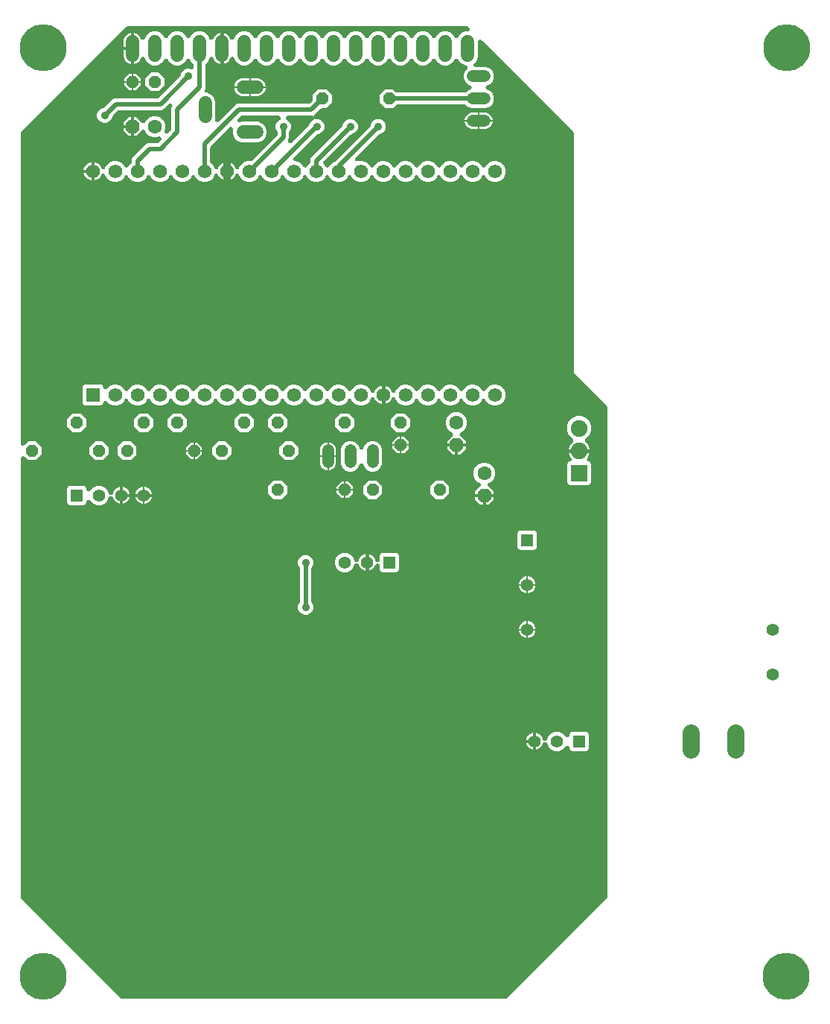
<source format=gbl>
G04 EAGLE Gerber RS-274X export*
G75*
%MOMM*%
%FSLAX34Y34*%
%LPD*%
%INBottom Copper*%
%IPPOS*%
%AMOC8*
5,1,8,0,0,1.08239X$1,22.5*%
G01*
G04 Define Apertures*
%ADD10P,1.42962X8X112.5*%
%ADD11P,1.73204X8X292.5*%
%ADD12C,1.600200*%
%ADD13P,1.42962X8X202.5*%
%ADD14P,1.73204X8X202.5*%
%ADD15C,5.334000*%
%ADD16C,1.524000*%
%ADD17C,1.320800*%
%ADD18P,1.42962X8X22.5*%
%ADD19R,1.560000X1.560000*%
%ADD20C,1.560000*%
%ADD21R,1.910000X1.910000*%
%ADD22C,1.910000*%
%ADD23C,1.408000*%
%ADD24R,1.408000X1.408000*%
%ADD25C,1.981200*%
%ADD26C,0.406400*%
%ADD27C,0.812800*%
%ADD28C,0.304800*%
%ADD29C,0.203200*%
%ADD30C,0.508000*%
%ADD31C,0.906400*%
G36*
X565089Y12901D02*
X564098Y12700D01*
X128052Y12700D01*
X127099Y12886D01*
X126256Y13444D01*
X13444Y126256D01*
X12901Y127061D01*
X12700Y128052D01*
X12700Y626481D01*
X12856Y627359D01*
X13388Y628219D01*
X14212Y628804D01*
X15200Y629021D01*
X16193Y628835D01*
X17036Y628277D01*
X20981Y624332D01*
X29819Y624332D01*
X36068Y630581D01*
X36068Y639419D01*
X29819Y645668D01*
X20981Y645668D01*
X17036Y641723D01*
X16305Y641213D01*
X15321Y640980D01*
X14324Y641150D01*
X13473Y641694D01*
X12901Y642528D01*
X12700Y643519D01*
X12700Y995898D01*
X12886Y996851D01*
X13444Y997694D01*
X132606Y1116856D01*
X133411Y1117399D01*
X134402Y1117600D01*
X519648Y1117600D01*
X520601Y1117414D01*
X521444Y1116856D01*
X522460Y1115840D01*
X522970Y1115109D01*
X523203Y1114125D01*
X523033Y1113128D01*
X522488Y1112277D01*
X521655Y1111705D01*
X520664Y1111504D01*
X518376Y1111504D01*
X514082Y1109725D01*
X510795Y1106438D01*
X510347Y1105357D01*
X509866Y1104606D01*
X509046Y1104014D01*
X508061Y1103789D01*
X507066Y1103967D01*
X506218Y1104518D01*
X505653Y1105357D01*
X505205Y1106438D01*
X501918Y1109725D01*
X497624Y1111504D01*
X492976Y1111504D01*
X488682Y1109725D01*
X485395Y1106438D01*
X484947Y1105357D01*
X484466Y1104606D01*
X483646Y1104014D01*
X482661Y1103789D01*
X481666Y1103967D01*
X480818Y1104518D01*
X480253Y1105357D01*
X479805Y1106438D01*
X476518Y1109725D01*
X472224Y1111504D01*
X467576Y1111504D01*
X463282Y1109725D01*
X459995Y1106438D01*
X459547Y1105357D01*
X459066Y1104606D01*
X458246Y1104014D01*
X457261Y1103789D01*
X456266Y1103967D01*
X455418Y1104518D01*
X454853Y1105357D01*
X454405Y1106438D01*
X451118Y1109725D01*
X446824Y1111504D01*
X442176Y1111504D01*
X437882Y1109725D01*
X434595Y1106438D01*
X434147Y1105357D01*
X433666Y1104606D01*
X432846Y1104014D01*
X431861Y1103789D01*
X430866Y1103967D01*
X430018Y1104518D01*
X429453Y1105357D01*
X429005Y1106438D01*
X425718Y1109725D01*
X421424Y1111504D01*
X416776Y1111504D01*
X412482Y1109725D01*
X409195Y1106438D01*
X408747Y1105357D01*
X408266Y1104606D01*
X407446Y1104014D01*
X406461Y1103789D01*
X405466Y1103967D01*
X404618Y1104518D01*
X404053Y1105357D01*
X403605Y1106438D01*
X400318Y1109725D01*
X396024Y1111504D01*
X391376Y1111504D01*
X387082Y1109725D01*
X383795Y1106438D01*
X383347Y1105357D01*
X382866Y1104606D01*
X382046Y1104014D01*
X381061Y1103789D01*
X380066Y1103967D01*
X379218Y1104518D01*
X378653Y1105357D01*
X378205Y1106438D01*
X374918Y1109725D01*
X370624Y1111504D01*
X365976Y1111504D01*
X361682Y1109725D01*
X358395Y1106438D01*
X357947Y1105357D01*
X357466Y1104606D01*
X356646Y1104014D01*
X355661Y1103789D01*
X354666Y1103967D01*
X353818Y1104518D01*
X353253Y1105357D01*
X352805Y1106438D01*
X349518Y1109725D01*
X345224Y1111504D01*
X340576Y1111504D01*
X336282Y1109725D01*
X332995Y1106438D01*
X332547Y1105357D01*
X332066Y1104606D01*
X331246Y1104014D01*
X330261Y1103789D01*
X329266Y1103967D01*
X328418Y1104518D01*
X327853Y1105357D01*
X327405Y1106438D01*
X324118Y1109725D01*
X319824Y1111504D01*
X315176Y1111504D01*
X310882Y1109725D01*
X307595Y1106438D01*
X307147Y1105357D01*
X306666Y1104606D01*
X305846Y1104014D01*
X304861Y1103789D01*
X303866Y1103967D01*
X303018Y1104518D01*
X302453Y1105357D01*
X302005Y1106438D01*
X298718Y1109725D01*
X294424Y1111504D01*
X289776Y1111504D01*
X285482Y1109725D01*
X282195Y1106438D01*
X281747Y1105357D01*
X281266Y1104606D01*
X280446Y1104014D01*
X279461Y1103789D01*
X278466Y1103967D01*
X277618Y1104518D01*
X277053Y1105357D01*
X276605Y1106438D01*
X273318Y1109725D01*
X269024Y1111504D01*
X264376Y1111504D01*
X260082Y1109725D01*
X256795Y1106438D01*
X255522Y1103365D01*
X255041Y1102614D01*
X254222Y1102023D01*
X253236Y1101798D01*
X252241Y1101976D01*
X251394Y1102527D01*
X250829Y1103365D01*
X249913Y1105575D01*
X247055Y1108433D01*
X243321Y1109980D01*
X242062Y1109980D01*
X242062Y1074420D01*
X243321Y1074420D01*
X247055Y1075967D01*
X249913Y1078825D01*
X250829Y1081035D01*
X251309Y1081786D01*
X252129Y1082377D01*
X253115Y1082602D01*
X254110Y1082424D01*
X254957Y1081873D01*
X255522Y1081035D01*
X256795Y1077962D01*
X260082Y1074675D01*
X264376Y1072896D01*
X269024Y1072896D01*
X273318Y1074675D01*
X276605Y1077962D01*
X277053Y1079043D01*
X277534Y1079794D01*
X278354Y1080386D01*
X279339Y1080611D01*
X280335Y1080433D01*
X281182Y1079882D01*
X281747Y1079043D01*
X282195Y1077962D01*
X285482Y1074675D01*
X289776Y1072896D01*
X294424Y1072896D01*
X298718Y1074675D01*
X302005Y1077962D01*
X302453Y1079043D01*
X302934Y1079794D01*
X303754Y1080386D01*
X304739Y1080611D01*
X305735Y1080433D01*
X306582Y1079882D01*
X307147Y1079043D01*
X307595Y1077962D01*
X310882Y1074675D01*
X315176Y1072896D01*
X319824Y1072896D01*
X324118Y1074675D01*
X327405Y1077962D01*
X327853Y1079043D01*
X328334Y1079794D01*
X329154Y1080386D01*
X330139Y1080611D01*
X331135Y1080433D01*
X331982Y1079882D01*
X332547Y1079043D01*
X332995Y1077962D01*
X336282Y1074675D01*
X340576Y1072896D01*
X345224Y1072896D01*
X349518Y1074675D01*
X352805Y1077962D01*
X353253Y1079043D01*
X353734Y1079794D01*
X354554Y1080386D01*
X355539Y1080611D01*
X356535Y1080433D01*
X357382Y1079882D01*
X357947Y1079043D01*
X358395Y1077962D01*
X361682Y1074675D01*
X365976Y1072896D01*
X370624Y1072896D01*
X374918Y1074675D01*
X378205Y1077962D01*
X378653Y1079043D01*
X379134Y1079794D01*
X379954Y1080386D01*
X380939Y1080611D01*
X381935Y1080433D01*
X382782Y1079882D01*
X383347Y1079043D01*
X383795Y1077962D01*
X387082Y1074675D01*
X391376Y1072896D01*
X396024Y1072896D01*
X400318Y1074675D01*
X403605Y1077962D01*
X404053Y1079043D01*
X404534Y1079794D01*
X405354Y1080386D01*
X406339Y1080611D01*
X407335Y1080433D01*
X408182Y1079882D01*
X408747Y1079043D01*
X409195Y1077962D01*
X412482Y1074675D01*
X416776Y1072896D01*
X421424Y1072896D01*
X425718Y1074675D01*
X429005Y1077962D01*
X429453Y1079043D01*
X429934Y1079794D01*
X430754Y1080386D01*
X431739Y1080611D01*
X432735Y1080433D01*
X433582Y1079882D01*
X434147Y1079043D01*
X434595Y1077962D01*
X437882Y1074675D01*
X442176Y1072896D01*
X446824Y1072896D01*
X451118Y1074675D01*
X454405Y1077962D01*
X454853Y1079043D01*
X455334Y1079794D01*
X456154Y1080386D01*
X457139Y1080611D01*
X458135Y1080433D01*
X458982Y1079882D01*
X459547Y1079043D01*
X459995Y1077962D01*
X463282Y1074675D01*
X467576Y1072896D01*
X472224Y1072896D01*
X476518Y1074675D01*
X479805Y1077962D01*
X480253Y1079043D01*
X480734Y1079794D01*
X481554Y1080386D01*
X482539Y1080611D01*
X483535Y1080433D01*
X484382Y1079882D01*
X484947Y1079043D01*
X485395Y1077962D01*
X488682Y1074675D01*
X492976Y1072896D01*
X497624Y1072896D01*
X501918Y1074675D01*
X505205Y1077962D01*
X505653Y1079043D01*
X506134Y1079794D01*
X506954Y1080386D01*
X507939Y1080611D01*
X508935Y1080433D01*
X509782Y1079882D01*
X510347Y1079043D01*
X510795Y1077962D01*
X514082Y1074675D01*
X518642Y1072786D01*
X518901Y1072740D01*
X519761Y1072208D01*
X520346Y1071384D01*
X520563Y1070397D01*
X520377Y1069403D01*
X519819Y1068560D01*
X517752Y1066493D01*
X516128Y1062572D01*
X516128Y1058328D01*
X517752Y1054407D01*
X520753Y1051406D01*
X523914Y1050097D01*
X524665Y1049616D01*
X525257Y1048796D01*
X525482Y1047811D01*
X525304Y1046816D01*
X524753Y1045968D01*
X523914Y1045403D01*
X520753Y1044094D01*
X519057Y1042398D01*
X518252Y1041855D01*
X517261Y1041654D01*
X441335Y1041654D01*
X440382Y1041840D01*
X439539Y1042398D01*
X436219Y1045718D01*
X427381Y1045718D01*
X421132Y1039469D01*
X421132Y1030631D01*
X427381Y1024382D01*
X436219Y1024382D01*
X439539Y1027702D01*
X440344Y1028245D01*
X441335Y1028446D01*
X517261Y1028446D01*
X518214Y1028260D01*
X519057Y1027702D01*
X520753Y1026006D01*
X524674Y1024382D01*
X542126Y1024382D01*
X546047Y1026006D01*
X549048Y1029007D01*
X550672Y1032928D01*
X550672Y1037172D01*
X549048Y1041093D01*
X546047Y1044094D01*
X542886Y1045403D01*
X542135Y1045884D01*
X541543Y1046704D01*
X541318Y1047689D01*
X541496Y1048684D01*
X542047Y1049532D01*
X542886Y1050097D01*
X546047Y1051406D01*
X549048Y1054407D01*
X550672Y1058328D01*
X550672Y1062572D01*
X549048Y1066493D01*
X546047Y1069494D01*
X542126Y1071118D01*
X529894Y1071118D01*
X529016Y1071274D01*
X528156Y1071806D01*
X527571Y1072630D01*
X527354Y1073618D01*
X527539Y1074611D01*
X528098Y1075454D01*
X530605Y1077962D01*
X532384Y1082256D01*
X532384Y1099784D01*
X532540Y1100662D01*
X533072Y1101522D01*
X533896Y1102107D01*
X534884Y1102324D01*
X535877Y1102138D01*
X536720Y1101580D01*
X640606Y997694D01*
X641149Y996889D01*
X641350Y995898D01*
X641350Y724061D01*
X641372Y723890D01*
X641430Y723820D01*
X678706Y686544D01*
X679249Y685739D01*
X679450Y684748D01*
X679450Y128052D01*
X679264Y127099D01*
X678706Y126256D01*
X565894Y13444D01*
X565089Y12901D01*
G37*
%LPC*%
G36*
X117540Y940636D02*
X122260Y940636D01*
X126620Y942442D01*
X129958Y945780D01*
X130253Y946493D01*
X130734Y947244D01*
X131554Y947836D01*
X132539Y948060D01*
X133535Y947883D01*
X134382Y947331D01*
X134947Y946493D01*
X135242Y945780D01*
X138580Y942442D01*
X142940Y940636D01*
X147660Y940636D01*
X152020Y942442D01*
X155358Y945780D01*
X155653Y946493D01*
X156134Y947244D01*
X156954Y947836D01*
X157939Y948060D01*
X158935Y947883D01*
X159782Y947331D01*
X160347Y946493D01*
X160642Y945780D01*
X163980Y942442D01*
X168340Y940636D01*
X173060Y940636D01*
X177420Y942442D01*
X180758Y945780D01*
X181053Y946493D01*
X181534Y947244D01*
X182354Y947836D01*
X183339Y948060D01*
X184335Y947883D01*
X185182Y947331D01*
X185747Y946493D01*
X186042Y945780D01*
X189380Y942442D01*
X193740Y940636D01*
X198460Y940636D01*
X202820Y942442D01*
X206158Y945780D01*
X206453Y946493D01*
X206934Y947244D01*
X207754Y947836D01*
X208739Y948060D01*
X209735Y947883D01*
X210582Y947331D01*
X211147Y946493D01*
X211442Y945780D01*
X214780Y942442D01*
X219140Y940636D01*
X223860Y940636D01*
X228220Y942442D01*
X231558Y945780D01*
X232678Y948484D01*
X233159Y949235D01*
X233978Y949827D01*
X234964Y950052D01*
X235959Y949874D01*
X236806Y949323D01*
X237371Y948484D01*
X238134Y946643D01*
X241043Y943734D01*
X244843Y942160D01*
X246138Y942160D01*
X246138Y962840D01*
X244843Y962840D01*
X241043Y961266D01*
X238134Y958357D01*
X237371Y956516D01*
X236891Y955765D01*
X236071Y955173D01*
X235086Y954948D01*
X234090Y955126D01*
X233243Y955677D01*
X232678Y956516D01*
X231558Y959220D01*
X228848Y961930D01*
X228305Y962736D01*
X228104Y963726D01*
X228104Y979712D01*
X228290Y980666D01*
X228848Y981509D01*
X249760Y1002421D01*
X250473Y1002922D01*
X251455Y1003163D01*
X252453Y1003001D01*
X253309Y1002463D01*
X253887Y1001634D01*
X254096Y1000645D01*
X253903Y999653D01*
X253746Y999274D01*
X253746Y994626D01*
X255525Y990332D01*
X258812Y987045D01*
X263106Y985266D01*
X282994Y985266D01*
X287288Y987045D01*
X290575Y990332D01*
X292354Y994626D01*
X292354Y999274D01*
X290575Y1003568D01*
X287288Y1006855D01*
X282994Y1008634D01*
X263106Y1008634D01*
X262728Y1008477D01*
X261877Y1008287D01*
X260878Y1008440D01*
X260018Y1008972D01*
X259433Y1009796D01*
X259216Y1010783D01*
X259401Y1011777D01*
X259959Y1012620D01*
X262342Y1015002D01*
X263147Y1015545D01*
X264138Y1015746D01*
X305965Y1015746D01*
X306824Y1015596D01*
X307688Y1015072D01*
X308280Y1014252D01*
X308505Y1013267D01*
X308327Y1012272D01*
X307776Y1011424D01*
X306937Y1010859D01*
X306281Y1010587D01*
X303863Y1008169D01*
X302554Y1005010D01*
X302554Y1001590D01*
X303894Y998355D01*
X304345Y997686D01*
X304546Y996695D01*
X304546Y995138D01*
X304360Y994184D01*
X303802Y993342D01*
X275569Y965108D01*
X274763Y964565D01*
X273772Y964364D01*
X269940Y964364D01*
X265580Y962558D01*
X262242Y959220D01*
X261122Y956516D01*
X260641Y955765D01*
X259822Y955173D01*
X258836Y954948D01*
X257841Y955126D01*
X256994Y955677D01*
X256429Y956516D01*
X255666Y958357D01*
X252757Y961266D01*
X248957Y962840D01*
X247662Y962840D01*
X247662Y942160D01*
X248957Y942160D01*
X252757Y943734D01*
X255666Y946643D01*
X256429Y948484D01*
X256909Y949235D01*
X257729Y949827D01*
X258715Y950052D01*
X259710Y949874D01*
X260557Y949323D01*
X261122Y948484D01*
X262242Y945780D01*
X265580Y942442D01*
X269940Y940636D01*
X274660Y940636D01*
X279020Y942442D01*
X282358Y945780D01*
X282653Y946493D01*
X283134Y947244D01*
X283954Y947836D01*
X284939Y948060D01*
X285935Y947883D01*
X286782Y947331D01*
X287347Y946493D01*
X287642Y945780D01*
X290980Y942442D01*
X295340Y940636D01*
X300060Y940636D01*
X304420Y942442D01*
X307758Y945780D01*
X308053Y946493D01*
X308534Y947244D01*
X309354Y947836D01*
X310339Y948060D01*
X311335Y947883D01*
X312182Y947331D01*
X312747Y946493D01*
X313042Y945780D01*
X316380Y942442D01*
X320740Y940636D01*
X325460Y940636D01*
X329820Y942442D01*
X333158Y945780D01*
X333453Y946493D01*
X333934Y947244D01*
X334754Y947836D01*
X335739Y948060D01*
X336735Y947883D01*
X337582Y947331D01*
X338147Y946493D01*
X338442Y945780D01*
X341780Y942442D01*
X346140Y940636D01*
X350860Y940636D01*
X355220Y942442D01*
X358558Y945780D01*
X358853Y946493D01*
X359334Y947244D01*
X360154Y947836D01*
X361139Y948060D01*
X362135Y947883D01*
X362982Y947331D01*
X363547Y946493D01*
X363842Y945780D01*
X367180Y942442D01*
X371540Y940636D01*
X376260Y940636D01*
X380620Y942442D01*
X383958Y945780D01*
X384253Y946493D01*
X384734Y947244D01*
X385554Y947836D01*
X386539Y948060D01*
X387535Y947883D01*
X388382Y947331D01*
X388947Y946493D01*
X389242Y945780D01*
X392580Y942442D01*
X396940Y940636D01*
X401660Y940636D01*
X406020Y942442D01*
X409358Y945780D01*
X409653Y946493D01*
X410134Y947244D01*
X410954Y947836D01*
X411939Y948060D01*
X412935Y947883D01*
X413782Y947331D01*
X414347Y946493D01*
X414642Y945780D01*
X417980Y942442D01*
X422340Y940636D01*
X427060Y940636D01*
X431420Y942442D01*
X434758Y945780D01*
X435053Y946493D01*
X435534Y947244D01*
X436354Y947836D01*
X437339Y948060D01*
X438335Y947883D01*
X439182Y947331D01*
X439747Y946493D01*
X440042Y945780D01*
X443380Y942442D01*
X447740Y940636D01*
X452460Y940636D01*
X456820Y942442D01*
X460158Y945780D01*
X460453Y946493D01*
X460934Y947244D01*
X461754Y947836D01*
X462739Y948060D01*
X463735Y947883D01*
X464582Y947331D01*
X465147Y946493D01*
X465442Y945780D01*
X468780Y942442D01*
X473140Y940636D01*
X477860Y940636D01*
X482220Y942442D01*
X485558Y945780D01*
X485853Y946493D01*
X486334Y947244D01*
X487154Y947836D01*
X488139Y948060D01*
X489135Y947883D01*
X489982Y947331D01*
X490547Y946493D01*
X490842Y945780D01*
X494180Y942442D01*
X498540Y940636D01*
X503260Y940636D01*
X507620Y942442D01*
X510958Y945780D01*
X511253Y946493D01*
X511734Y947244D01*
X512554Y947836D01*
X513539Y948060D01*
X514535Y947883D01*
X515382Y947331D01*
X515947Y946493D01*
X516242Y945780D01*
X519580Y942442D01*
X523940Y940636D01*
X528660Y940636D01*
X533020Y942442D01*
X536358Y945780D01*
X536653Y946493D01*
X537134Y947244D01*
X537954Y947836D01*
X538939Y948060D01*
X539935Y947883D01*
X540782Y947331D01*
X541347Y946493D01*
X541642Y945780D01*
X544980Y942442D01*
X549340Y940636D01*
X554060Y940636D01*
X558420Y942442D01*
X561758Y945780D01*
X563564Y950140D01*
X563564Y954860D01*
X561758Y959220D01*
X558420Y962558D01*
X554060Y964364D01*
X549340Y964364D01*
X544980Y962558D01*
X541642Y959220D01*
X541347Y958507D01*
X540866Y957756D01*
X540046Y957165D01*
X539061Y956940D01*
X538066Y957117D01*
X537218Y957669D01*
X536653Y958507D01*
X536358Y959220D01*
X533020Y962558D01*
X528660Y964364D01*
X523940Y964364D01*
X519580Y962558D01*
X516242Y959220D01*
X515947Y958507D01*
X515466Y957756D01*
X514646Y957165D01*
X513661Y956940D01*
X512666Y957117D01*
X511818Y957669D01*
X511253Y958507D01*
X510958Y959220D01*
X507620Y962558D01*
X503260Y964364D01*
X498540Y964364D01*
X494180Y962558D01*
X490842Y959220D01*
X490547Y958507D01*
X490066Y957756D01*
X489246Y957165D01*
X488261Y956940D01*
X487266Y957117D01*
X486418Y957669D01*
X485853Y958507D01*
X485558Y959220D01*
X482220Y962558D01*
X477860Y964364D01*
X473140Y964364D01*
X468780Y962558D01*
X465442Y959220D01*
X465147Y958507D01*
X464666Y957756D01*
X463846Y957165D01*
X462861Y956940D01*
X461866Y957117D01*
X461018Y957669D01*
X460453Y958507D01*
X460158Y959220D01*
X456820Y962558D01*
X452460Y964364D01*
X447740Y964364D01*
X443380Y962558D01*
X440042Y959220D01*
X439747Y958507D01*
X439266Y957756D01*
X438446Y957165D01*
X437461Y956940D01*
X436466Y957117D01*
X435618Y957669D01*
X435053Y958507D01*
X434758Y959220D01*
X431420Y962558D01*
X427060Y964364D01*
X422340Y964364D01*
X417980Y962558D01*
X414642Y959220D01*
X414347Y958507D01*
X413866Y957756D01*
X413046Y957165D01*
X412061Y956940D01*
X411066Y957117D01*
X410218Y957669D01*
X409653Y958507D01*
X409358Y959220D01*
X406020Y962558D01*
X401660Y964364D01*
X396940Y964364D01*
X396042Y963992D01*
X395192Y963802D01*
X394193Y963955D01*
X393333Y964486D01*
X392748Y965311D01*
X392531Y966298D01*
X392716Y967292D01*
X393274Y968135D01*
X419100Y993960D01*
X419905Y994503D01*
X420727Y994670D01*
X423969Y996013D01*
X426387Y998431D01*
X427696Y1001590D01*
X427696Y1005010D01*
X426387Y1008169D01*
X423969Y1010587D01*
X420810Y1011896D01*
X417390Y1011896D01*
X414231Y1010587D01*
X411813Y1008169D01*
X410473Y1004934D01*
X410318Y1004142D01*
X409760Y1003300D01*
X370676Y964215D01*
X369852Y963665D01*
X367180Y962558D01*
X363842Y959220D01*
X363547Y958507D01*
X363066Y957756D01*
X362246Y957165D01*
X361261Y956940D01*
X360266Y957117D01*
X359418Y957669D01*
X358853Y958507D01*
X358558Y959220D01*
X357380Y960398D01*
X356853Y961167D01*
X356636Y962154D01*
X356822Y963148D01*
X357380Y963990D01*
X387350Y993960D01*
X388155Y994503D01*
X388977Y994670D01*
X392219Y996013D01*
X394637Y998431D01*
X395946Y1001590D01*
X395946Y1005010D01*
X394637Y1008169D01*
X392219Y1010587D01*
X389060Y1011896D01*
X385640Y1011896D01*
X382481Y1010587D01*
X380063Y1008169D01*
X378723Y1004934D01*
X378568Y1004142D01*
X378010Y1003300D01*
X342901Y968191D01*
X341896Y965764D01*
X341896Y963726D01*
X341710Y962773D01*
X341152Y961930D01*
X338442Y959220D01*
X338147Y958507D01*
X337666Y957756D01*
X336846Y957165D01*
X335861Y956940D01*
X334866Y957117D01*
X334018Y957669D01*
X333453Y958507D01*
X333158Y959220D01*
X329820Y962558D01*
X325460Y964364D01*
X325036Y964364D01*
X324158Y964520D01*
X323298Y965052D01*
X322713Y965876D01*
X322496Y966864D01*
X322681Y967857D01*
X323240Y968700D01*
X348500Y993960D01*
X349305Y994503D01*
X350296Y994704D01*
X350960Y994704D01*
X354119Y996013D01*
X356537Y998431D01*
X357846Y1001590D01*
X357846Y1005010D01*
X356537Y1008169D01*
X354119Y1010587D01*
X350960Y1011896D01*
X347688Y1011896D01*
X346830Y1012046D01*
X346430Y1012288D01*
X346427Y1012272D01*
X345876Y1011424D01*
X345037Y1010859D01*
X344381Y1010587D01*
X341963Y1008169D01*
X340694Y1005107D01*
X340144Y1004283D01*
X321025Y985165D01*
X320312Y984663D01*
X319331Y984423D01*
X318333Y984585D01*
X317477Y985122D01*
X316899Y985952D01*
X316689Y986941D01*
X316883Y987933D01*
X317754Y990036D01*
X317754Y996695D01*
X317940Y997649D01*
X318403Y998348D01*
X319746Y1001590D01*
X319746Y1005010D01*
X318437Y1008169D01*
X316019Y1010587D01*
X315363Y1010859D01*
X314626Y1011326D01*
X314029Y1012141D01*
X313796Y1013125D01*
X313965Y1014122D01*
X314510Y1014973D01*
X315344Y1015545D01*
X316335Y1015746D01*
X344065Y1015746D01*
X344924Y1015596D01*
X345324Y1015354D01*
X345326Y1015371D01*
X345878Y1016218D01*
X346581Y1016691D01*
X353528Y1023638D01*
X354333Y1024181D01*
X355324Y1024382D01*
X360019Y1024382D01*
X366268Y1030631D01*
X366268Y1039469D01*
X360019Y1045718D01*
X351181Y1045718D01*
X344932Y1039469D01*
X344932Y1034774D01*
X344746Y1033820D01*
X344188Y1032978D01*
X340909Y1029698D01*
X340103Y1029155D01*
X339112Y1028954D01*
X259036Y1028954D01*
X256609Y1027949D01*
X237920Y1009259D01*
X237207Y1008758D01*
X236225Y1008518D01*
X235227Y1008679D01*
X234371Y1009217D01*
X233793Y1010046D01*
X233584Y1011035D01*
X233777Y1012028D01*
X233934Y1012406D01*
X233934Y1032294D01*
X232155Y1036588D01*
X228868Y1039875D01*
X224574Y1041654D01*
X224324Y1041654D01*
X223428Y1041818D01*
X222572Y1042356D01*
X221994Y1043185D01*
X221785Y1044174D01*
X221978Y1045166D01*
X222504Y1046436D01*
X222504Y1073608D01*
X222690Y1074562D01*
X223248Y1075404D01*
X225805Y1077962D01*
X227078Y1081035D01*
X227559Y1081786D01*
X228378Y1082377D01*
X229364Y1082602D01*
X230359Y1082424D01*
X231206Y1081873D01*
X231771Y1081035D01*
X232687Y1078825D01*
X235545Y1075967D01*
X239279Y1074420D01*
X240538Y1074420D01*
X240538Y1109980D01*
X239279Y1109980D01*
X235545Y1108433D01*
X232687Y1105575D01*
X231771Y1103365D01*
X231291Y1102614D01*
X230471Y1102023D01*
X229486Y1101798D01*
X228490Y1101976D01*
X227643Y1102527D01*
X227078Y1103365D01*
X225805Y1106438D01*
X222518Y1109725D01*
X218224Y1111504D01*
X213576Y1111504D01*
X209282Y1109725D01*
X205995Y1106438D01*
X205547Y1105357D01*
X205066Y1104606D01*
X204246Y1104014D01*
X203261Y1103789D01*
X202266Y1103967D01*
X201418Y1104518D01*
X200853Y1105357D01*
X200405Y1106438D01*
X197118Y1109725D01*
X192824Y1111504D01*
X188176Y1111504D01*
X183882Y1109725D01*
X180595Y1106438D01*
X180147Y1105357D01*
X179666Y1104606D01*
X178846Y1104014D01*
X177861Y1103789D01*
X176866Y1103967D01*
X176018Y1104518D01*
X175453Y1105357D01*
X175005Y1106438D01*
X171718Y1109725D01*
X167424Y1111504D01*
X162776Y1111504D01*
X158482Y1109725D01*
X155195Y1106438D01*
X153922Y1103365D01*
X153441Y1102614D01*
X152622Y1102023D01*
X151636Y1101798D01*
X150641Y1101976D01*
X149794Y1102527D01*
X149229Y1103365D01*
X148313Y1105575D01*
X145455Y1108433D01*
X141721Y1109980D01*
X140462Y1109980D01*
X140462Y1074420D01*
X141721Y1074420D01*
X145455Y1075967D01*
X148313Y1078825D01*
X149229Y1081035D01*
X149709Y1081786D01*
X150529Y1082377D01*
X151515Y1082602D01*
X152510Y1082424D01*
X153357Y1081873D01*
X153922Y1081035D01*
X155195Y1077962D01*
X158482Y1074675D01*
X162776Y1072896D01*
X167424Y1072896D01*
X171718Y1074675D01*
X175005Y1077962D01*
X175453Y1079043D01*
X175934Y1079794D01*
X176754Y1080386D01*
X177739Y1080611D01*
X178735Y1080433D01*
X179582Y1079882D01*
X180147Y1079043D01*
X180595Y1077962D01*
X183882Y1074675D01*
X188176Y1072896D01*
X192824Y1072896D01*
X197118Y1074675D01*
X200405Y1077962D01*
X200853Y1079043D01*
X201334Y1079794D01*
X202154Y1080386D01*
X203139Y1080611D01*
X204135Y1080433D01*
X204982Y1079882D01*
X205547Y1079043D01*
X205995Y1077962D01*
X208552Y1075404D01*
X209095Y1074599D01*
X209296Y1073608D01*
X209296Y1071031D01*
X209132Y1070134D01*
X208595Y1069278D01*
X207765Y1068700D01*
X206776Y1068491D01*
X205784Y1068684D01*
X204910Y1069046D01*
X201490Y1069046D01*
X198331Y1067737D01*
X195913Y1065319D01*
X194573Y1062084D01*
X194418Y1061292D01*
X193860Y1060450D01*
X169459Y1036048D01*
X168653Y1035505D01*
X167662Y1035304D01*
X119336Y1035304D01*
X116909Y1034299D01*
X107951Y1025340D01*
X107145Y1024797D01*
X106323Y1024630D01*
X103081Y1023287D01*
X100663Y1020869D01*
X99354Y1017710D01*
X99354Y1014290D01*
X100663Y1011131D01*
X103081Y1008713D01*
X106240Y1007404D01*
X109660Y1007404D01*
X112819Y1008713D01*
X115237Y1011131D01*
X116578Y1014366D01*
X116732Y1015158D01*
X117290Y1016001D01*
X122642Y1021352D01*
X123447Y1021895D01*
X124438Y1022096D01*
X172764Y1022096D01*
X175191Y1023101D01*
X180625Y1028535D01*
X181338Y1029037D01*
X182319Y1029277D01*
X183317Y1029116D01*
X184173Y1028578D01*
X184752Y1027748D01*
X184961Y1026759D01*
X184767Y1025767D01*
X183896Y1023664D01*
X183896Y1000738D01*
X183710Y999784D01*
X183152Y998942D01*
X180576Y996365D01*
X179863Y995864D01*
X178881Y995623D01*
X177883Y995785D01*
X177027Y996323D01*
X176449Y997152D01*
X176240Y998141D01*
X176433Y999133D01*
X177165Y1000900D01*
X177165Y1005700D01*
X175328Y1010134D01*
X171934Y1013528D01*
X167500Y1015365D01*
X162700Y1015365D01*
X158266Y1013528D01*
X154872Y1010134D01*
X154247Y1008627D01*
X153753Y1007861D01*
X152929Y1007276D01*
X151941Y1007059D01*
X150947Y1007244D01*
X150105Y1007803D01*
X144066Y1013841D01*
X140462Y1013841D01*
X140462Y992759D01*
X144066Y992759D01*
X150105Y998797D01*
X150854Y999316D01*
X151840Y999541D01*
X152835Y999363D01*
X153682Y998812D01*
X154247Y997973D01*
X154872Y996466D01*
X158266Y993072D01*
X162700Y991235D01*
X167500Y991235D01*
X169267Y991967D01*
X170117Y992157D01*
X171116Y992004D01*
X171976Y991473D01*
X172561Y990648D01*
X172778Y989661D01*
X172593Y988667D01*
X172035Y987824D01*
X169459Y985248D01*
X168653Y984705D01*
X167662Y984504D01*
X157436Y984504D01*
X155009Y983499D01*
X139701Y968191D01*
X138696Y965764D01*
X138696Y963726D01*
X138510Y962773D01*
X137952Y961930D01*
X135242Y959220D01*
X134947Y958507D01*
X134466Y957756D01*
X133646Y957165D01*
X132661Y956940D01*
X131666Y957117D01*
X130818Y957669D01*
X130253Y958507D01*
X129958Y959220D01*
X126620Y962558D01*
X122260Y964364D01*
X117540Y964364D01*
X113180Y962558D01*
X109842Y959220D01*
X108722Y956516D01*
X108241Y955765D01*
X107422Y955173D01*
X106436Y954948D01*
X105441Y955126D01*
X104594Y955677D01*
X104029Y956516D01*
X103266Y958357D01*
X100357Y961266D01*
X96557Y962840D01*
X95262Y962840D01*
X95262Y942160D01*
X96557Y942160D01*
X100357Y943734D01*
X103266Y946643D01*
X104029Y948484D01*
X104509Y949235D01*
X105329Y949827D01*
X106315Y950052D01*
X107310Y949874D01*
X108157Y949323D01*
X108722Y948484D01*
X109842Y945780D01*
X113180Y942442D01*
X117540Y940636D01*
G37*
G36*
X129540Y1092962D02*
X138938Y1092962D01*
X138938Y1109980D01*
X137679Y1109980D01*
X133945Y1108433D01*
X131087Y1105575D01*
X129540Y1101841D01*
X129540Y1092962D01*
G37*
G36*
X137679Y1074420D02*
X138938Y1074420D01*
X138938Y1091438D01*
X129540Y1091438D01*
X129540Y1082559D01*
X131087Y1078825D01*
X133945Y1075967D01*
X137679Y1074420D01*
G37*
G36*
X160681Y1043432D02*
X169519Y1043432D01*
X175768Y1049681D01*
X175768Y1058519D01*
X169519Y1064768D01*
X160681Y1064768D01*
X154432Y1058519D01*
X154432Y1049681D01*
X160681Y1043432D01*
G37*
G36*
X140462Y1054862D02*
X148844Y1054862D01*
X148844Y1057888D01*
X143488Y1063244D01*
X140462Y1063244D01*
X140462Y1054862D01*
G37*
G36*
X130556Y1054862D02*
X138938Y1054862D01*
X138938Y1063244D01*
X135912Y1063244D01*
X130556Y1057888D01*
X130556Y1054862D01*
G37*
G36*
X255270Y1048512D02*
X272288Y1048512D01*
X272288Y1057910D01*
X263409Y1057910D01*
X259675Y1056363D01*
X256817Y1053505D01*
X255270Y1049771D01*
X255270Y1048512D01*
G37*
G36*
X273812Y1048512D02*
X290830Y1048512D01*
X290830Y1049771D01*
X289283Y1053505D01*
X286425Y1056363D01*
X282691Y1057910D01*
X273812Y1057910D01*
X273812Y1048512D01*
G37*
G36*
X135912Y1044956D02*
X138938Y1044956D01*
X138938Y1053338D01*
X130556Y1053338D01*
X130556Y1050312D01*
X135912Y1044956D01*
G37*
G36*
X140462Y1044956D02*
X143488Y1044956D01*
X148844Y1050312D01*
X148844Y1053338D01*
X140462Y1053338D01*
X140462Y1044956D01*
G37*
G36*
X273812Y1037590D02*
X282691Y1037590D01*
X286425Y1039137D01*
X289283Y1041995D01*
X290830Y1045729D01*
X290830Y1046988D01*
X273812Y1046988D01*
X273812Y1037590D01*
G37*
G36*
X263409Y1037590D02*
X272288Y1037590D01*
X272288Y1046988D01*
X255270Y1046988D01*
X255270Y1045729D01*
X256817Y1041995D01*
X259675Y1039137D01*
X263409Y1037590D01*
G37*
G36*
X517652Y1010412D02*
X532638Y1010412D01*
X532638Y1018794D01*
X524977Y1018794D01*
X521616Y1017402D01*
X519044Y1014830D01*
X517652Y1011469D01*
X517652Y1010412D01*
G37*
G36*
X534162Y1010412D02*
X549148Y1010412D01*
X549148Y1011469D01*
X547756Y1014830D01*
X545184Y1017402D01*
X541823Y1018794D01*
X534162Y1018794D01*
X534162Y1010412D01*
G37*
G36*
X129159Y1004062D02*
X138938Y1004062D01*
X138938Y1013841D01*
X135334Y1013841D01*
X129159Y1007666D01*
X129159Y1004062D01*
G37*
G36*
X534162Y1000506D02*
X541823Y1000506D01*
X545184Y1001898D01*
X547756Y1004470D01*
X549148Y1007831D01*
X549148Y1008888D01*
X534162Y1008888D01*
X534162Y1000506D01*
G37*
G36*
X524977Y1000506D02*
X532638Y1000506D01*
X532638Y1008888D01*
X517652Y1008888D01*
X517652Y1007831D01*
X519044Y1004470D01*
X521616Y1001898D01*
X524977Y1000506D01*
G37*
G36*
X135334Y992759D02*
X138938Y992759D01*
X138938Y1002538D01*
X129159Y1002538D01*
X129159Y998934D01*
X135334Y992759D01*
G37*
G36*
X84160Y953262D02*
X93738Y953262D01*
X93738Y962840D01*
X92443Y962840D01*
X88643Y961266D01*
X85734Y958357D01*
X84160Y954557D01*
X84160Y953262D01*
G37*
G36*
X92443Y942160D02*
X93738Y942160D01*
X93738Y951738D01*
X84160Y951738D01*
X84160Y950443D01*
X85734Y946643D01*
X88643Y943734D01*
X92443Y942160D01*
G37*
G36*
X447740Y686636D02*
X452460Y686636D01*
X456820Y688442D01*
X460158Y691780D01*
X460453Y692493D01*
X460934Y693244D01*
X461754Y693836D01*
X462739Y694060D01*
X463735Y693883D01*
X464582Y693331D01*
X465147Y692493D01*
X465442Y691780D01*
X468780Y688442D01*
X473140Y686636D01*
X477860Y686636D01*
X482220Y688442D01*
X485558Y691780D01*
X485853Y692493D01*
X486334Y693244D01*
X487154Y693836D01*
X488139Y694060D01*
X489135Y693883D01*
X489982Y693331D01*
X490547Y692493D01*
X490842Y691780D01*
X494180Y688442D01*
X498540Y686636D01*
X503260Y686636D01*
X507620Y688442D01*
X510958Y691780D01*
X511253Y692493D01*
X511734Y693244D01*
X512554Y693836D01*
X513539Y694060D01*
X514535Y693883D01*
X515382Y693331D01*
X515947Y692493D01*
X516242Y691780D01*
X519580Y688442D01*
X523940Y686636D01*
X528660Y686636D01*
X533020Y688442D01*
X536358Y691780D01*
X536653Y692493D01*
X537134Y693244D01*
X537954Y693836D01*
X538939Y694060D01*
X539935Y693883D01*
X540782Y693331D01*
X541347Y692493D01*
X541642Y691780D01*
X544980Y688442D01*
X549340Y686636D01*
X554060Y686636D01*
X558420Y688442D01*
X561758Y691780D01*
X563564Y696140D01*
X563564Y700860D01*
X561758Y705220D01*
X558420Y708558D01*
X554060Y710364D01*
X549340Y710364D01*
X544980Y708558D01*
X541642Y705220D01*
X541347Y704507D01*
X540866Y703756D01*
X540046Y703165D01*
X539061Y702940D01*
X538066Y703117D01*
X537218Y703669D01*
X536653Y704507D01*
X536358Y705220D01*
X533020Y708558D01*
X528660Y710364D01*
X523940Y710364D01*
X519580Y708558D01*
X516242Y705220D01*
X515947Y704507D01*
X515466Y703756D01*
X514646Y703165D01*
X513661Y702940D01*
X512666Y703117D01*
X511818Y703669D01*
X511253Y704507D01*
X510958Y705220D01*
X507620Y708558D01*
X503260Y710364D01*
X498540Y710364D01*
X494180Y708558D01*
X490842Y705220D01*
X490547Y704507D01*
X490066Y703756D01*
X489246Y703165D01*
X488261Y702940D01*
X487266Y703117D01*
X486418Y703669D01*
X485853Y704507D01*
X485558Y705220D01*
X482220Y708558D01*
X477860Y710364D01*
X473140Y710364D01*
X468780Y708558D01*
X465442Y705220D01*
X465147Y704507D01*
X464666Y703756D01*
X463846Y703165D01*
X462861Y702940D01*
X461866Y703117D01*
X461018Y703669D01*
X460453Y704507D01*
X460158Y705220D01*
X456820Y708558D01*
X452460Y710364D01*
X447740Y710364D01*
X443380Y708558D01*
X440042Y705220D01*
X438922Y702516D01*
X438441Y701765D01*
X437622Y701173D01*
X436636Y700948D01*
X435641Y701126D01*
X434794Y701677D01*
X434229Y702516D01*
X433466Y704357D01*
X430557Y707266D01*
X426757Y708840D01*
X425462Y708840D01*
X425462Y688160D01*
X426757Y688160D01*
X430557Y689734D01*
X433466Y692643D01*
X434229Y694484D01*
X434709Y695235D01*
X435529Y695827D01*
X436515Y696052D01*
X437510Y695874D01*
X438357Y695323D01*
X438922Y694484D01*
X440042Y691780D01*
X443380Y688442D01*
X447740Y686636D01*
G37*
G36*
X85892Y686636D02*
X103108Y686636D01*
X104602Y687255D01*
X105745Y688398D01*
X106481Y690174D01*
X106975Y690940D01*
X107800Y691525D01*
X108787Y691742D01*
X109781Y691556D01*
X110624Y690998D01*
X113180Y688442D01*
X117540Y686636D01*
X122260Y686636D01*
X126620Y688442D01*
X129958Y691780D01*
X130253Y692493D01*
X130734Y693244D01*
X131554Y693836D01*
X132539Y694060D01*
X133535Y693883D01*
X134382Y693331D01*
X134947Y692493D01*
X135242Y691780D01*
X138580Y688442D01*
X142940Y686636D01*
X147660Y686636D01*
X152020Y688442D01*
X155358Y691780D01*
X155653Y692493D01*
X156134Y693244D01*
X156954Y693836D01*
X157939Y694060D01*
X158935Y693883D01*
X159782Y693331D01*
X160347Y692493D01*
X160642Y691780D01*
X163980Y688442D01*
X168340Y686636D01*
X173060Y686636D01*
X177420Y688442D01*
X180758Y691780D01*
X181053Y692493D01*
X181534Y693244D01*
X182354Y693836D01*
X183339Y694060D01*
X184335Y693883D01*
X185182Y693331D01*
X185747Y692493D01*
X186042Y691780D01*
X189380Y688442D01*
X193740Y686636D01*
X198460Y686636D01*
X202820Y688442D01*
X206158Y691780D01*
X206453Y692493D01*
X206934Y693244D01*
X207754Y693836D01*
X208739Y694060D01*
X209735Y693883D01*
X210582Y693331D01*
X211147Y692493D01*
X211442Y691780D01*
X214780Y688442D01*
X219140Y686636D01*
X223860Y686636D01*
X228220Y688442D01*
X231558Y691780D01*
X231853Y692493D01*
X232334Y693244D01*
X233154Y693836D01*
X234139Y694060D01*
X235135Y693883D01*
X235982Y693331D01*
X236547Y692493D01*
X236842Y691780D01*
X240180Y688442D01*
X244540Y686636D01*
X249260Y686636D01*
X253620Y688442D01*
X256958Y691780D01*
X257253Y692493D01*
X257734Y693244D01*
X258554Y693836D01*
X259539Y694060D01*
X260535Y693883D01*
X261382Y693331D01*
X261947Y692493D01*
X262242Y691780D01*
X265580Y688442D01*
X269940Y686636D01*
X274660Y686636D01*
X279020Y688442D01*
X282358Y691780D01*
X282653Y692493D01*
X283134Y693244D01*
X283954Y693836D01*
X284939Y694060D01*
X285935Y693883D01*
X286782Y693331D01*
X287347Y692493D01*
X287642Y691780D01*
X290980Y688442D01*
X295340Y686636D01*
X300060Y686636D01*
X304420Y688442D01*
X307758Y691780D01*
X308053Y692493D01*
X308534Y693244D01*
X309354Y693836D01*
X310339Y694060D01*
X311335Y693883D01*
X312182Y693331D01*
X312747Y692493D01*
X313042Y691780D01*
X316380Y688442D01*
X320740Y686636D01*
X325460Y686636D01*
X329820Y688442D01*
X333158Y691780D01*
X333453Y692493D01*
X333934Y693244D01*
X334754Y693836D01*
X335739Y694060D01*
X336735Y693883D01*
X337582Y693331D01*
X338147Y692493D01*
X338442Y691780D01*
X341780Y688442D01*
X346140Y686636D01*
X350860Y686636D01*
X355220Y688442D01*
X358558Y691780D01*
X358853Y692493D01*
X359334Y693244D01*
X360154Y693836D01*
X361139Y694060D01*
X362135Y693883D01*
X362982Y693331D01*
X363547Y692493D01*
X363842Y691780D01*
X367180Y688442D01*
X371540Y686636D01*
X376260Y686636D01*
X380620Y688442D01*
X383958Y691780D01*
X384253Y692493D01*
X384734Y693244D01*
X385554Y693836D01*
X386539Y694060D01*
X387535Y693883D01*
X388382Y693331D01*
X388947Y692493D01*
X389242Y691780D01*
X392580Y688442D01*
X396940Y686636D01*
X401660Y686636D01*
X406020Y688442D01*
X409358Y691780D01*
X410478Y694484D01*
X410959Y695235D01*
X411778Y695827D01*
X412764Y696052D01*
X413759Y695874D01*
X414606Y695323D01*
X415171Y694484D01*
X415934Y692643D01*
X418843Y689734D01*
X422643Y688160D01*
X423938Y688160D01*
X423938Y708840D01*
X422643Y708840D01*
X418843Y707266D01*
X415934Y704357D01*
X415171Y702516D01*
X414691Y701765D01*
X413871Y701173D01*
X412886Y700948D01*
X411890Y701126D01*
X411043Y701677D01*
X410478Y702516D01*
X409358Y705220D01*
X406020Y708558D01*
X401660Y710364D01*
X396940Y710364D01*
X392580Y708558D01*
X389242Y705220D01*
X388947Y704507D01*
X388466Y703756D01*
X387646Y703165D01*
X386661Y702940D01*
X385666Y703117D01*
X384818Y703669D01*
X384253Y704507D01*
X383958Y705220D01*
X380620Y708558D01*
X376260Y710364D01*
X371540Y710364D01*
X367180Y708558D01*
X363842Y705220D01*
X363547Y704507D01*
X363066Y703756D01*
X362246Y703165D01*
X361261Y702940D01*
X360266Y703117D01*
X359418Y703669D01*
X358853Y704507D01*
X358558Y705220D01*
X355220Y708558D01*
X350860Y710364D01*
X346140Y710364D01*
X341780Y708558D01*
X338442Y705220D01*
X338147Y704507D01*
X337666Y703756D01*
X336846Y703165D01*
X335861Y702940D01*
X334866Y703117D01*
X334018Y703669D01*
X333453Y704507D01*
X333158Y705220D01*
X329820Y708558D01*
X325460Y710364D01*
X320740Y710364D01*
X316380Y708558D01*
X313042Y705220D01*
X312747Y704507D01*
X312266Y703756D01*
X311446Y703165D01*
X310461Y702940D01*
X309466Y703117D01*
X308618Y703669D01*
X308053Y704507D01*
X307758Y705220D01*
X304420Y708558D01*
X300060Y710364D01*
X295340Y710364D01*
X290980Y708558D01*
X287642Y705220D01*
X287347Y704507D01*
X286866Y703756D01*
X286046Y703165D01*
X285061Y702940D01*
X284066Y703117D01*
X283218Y703669D01*
X282653Y704507D01*
X282358Y705220D01*
X279020Y708558D01*
X274660Y710364D01*
X269940Y710364D01*
X265580Y708558D01*
X262242Y705220D01*
X261947Y704507D01*
X261466Y703756D01*
X260646Y703165D01*
X259661Y702940D01*
X258666Y703117D01*
X257818Y703669D01*
X257253Y704507D01*
X256958Y705220D01*
X253620Y708558D01*
X249260Y710364D01*
X244540Y710364D01*
X240180Y708558D01*
X236842Y705220D01*
X236547Y704507D01*
X236066Y703756D01*
X235246Y703165D01*
X234261Y702940D01*
X233266Y703117D01*
X232418Y703669D01*
X231853Y704507D01*
X231558Y705220D01*
X228220Y708558D01*
X223860Y710364D01*
X219140Y710364D01*
X214780Y708558D01*
X211442Y705220D01*
X211147Y704507D01*
X210666Y703756D01*
X209846Y703165D01*
X208861Y702940D01*
X207866Y703117D01*
X207018Y703669D01*
X206453Y704507D01*
X206158Y705220D01*
X202820Y708558D01*
X198460Y710364D01*
X193740Y710364D01*
X189380Y708558D01*
X186042Y705220D01*
X185747Y704507D01*
X185266Y703756D01*
X184446Y703165D01*
X183461Y702940D01*
X182466Y703117D01*
X181618Y703669D01*
X181053Y704507D01*
X180758Y705220D01*
X177420Y708558D01*
X173060Y710364D01*
X168340Y710364D01*
X163980Y708558D01*
X160642Y705220D01*
X160347Y704507D01*
X159866Y703756D01*
X159046Y703165D01*
X158061Y702940D01*
X157066Y703117D01*
X156218Y703669D01*
X155653Y704507D01*
X155358Y705220D01*
X152020Y708558D01*
X147660Y710364D01*
X142940Y710364D01*
X138580Y708558D01*
X135242Y705220D01*
X134947Y704507D01*
X134466Y703756D01*
X133646Y703165D01*
X132661Y702940D01*
X131666Y703117D01*
X130818Y703669D01*
X130253Y704507D01*
X129958Y705220D01*
X126620Y708558D01*
X122260Y710364D01*
X117540Y710364D01*
X113180Y708558D01*
X110624Y706002D01*
X109874Y705484D01*
X108888Y705259D01*
X107893Y705436D01*
X107046Y705988D01*
X106481Y706826D01*
X105745Y708602D01*
X104602Y709745D01*
X103108Y710364D01*
X85892Y710364D01*
X84398Y709745D01*
X83255Y708602D01*
X82636Y707108D01*
X82636Y689892D01*
X83255Y688398D01*
X84398Y687255D01*
X85892Y686636D01*
G37*
G36*
X497459Y642112D02*
X518541Y642112D01*
X518541Y645716D01*
X512503Y651755D01*
X511984Y652504D01*
X511759Y653490D01*
X511937Y654485D01*
X512488Y655332D01*
X513327Y655897D01*
X514834Y656522D01*
X518228Y659916D01*
X520065Y664350D01*
X520065Y669150D01*
X518228Y673584D01*
X514834Y676978D01*
X510400Y678815D01*
X505600Y678815D01*
X501166Y676978D01*
X497772Y673584D01*
X495935Y669150D01*
X495935Y664350D01*
X497772Y659916D01*
X501166Y656522D01*
X502673Y655897D01*
X503439Y655403D01*
X504024Y654579D01*
X504241Y653591D01*
X504056Y652597D01*
X503497Y651755D01*
X497459Y645716D01*
X497459Y642112D01*
G37*
G36*
X300381Y656082D02*
X309219Y656082D01*
X315468Y662331D01*
X315468Y671169D01*
X309219Y677418D01*
X300381Y677418D01*
X294132Y671169D01*
X294132Y662331D01*
X300381Y656082D01*
G37*
G36*
X186081Y656082D02*
X194919Y656082D01*
X201168Y662331D01*
X201168Y671169D01*
X194919Y677418D01*
X186081Y677418D01*
X179832Y671169D01*
X179832Y662331D01*
X186081Y656082D01*
G37*
G36*
X440081Y656082D02*
X448919Y656082D01*
X455168Y662331D01*
X455168Y671169D01*
X448919Y677418D01*
X440081Y677418D01*
X433832Y671169D01*
X433832Y662331D01*
X440081Y656082D01*
G37*
G36*
X147981Y656082D02*
X156819Y656082D01*
X163068Y662331D01*
X163068Y671169D01*
X156819Y677418D01*
X147981Y677418D01*
X141732Y671169D01*
X141732Y662331D01*
X147981Y656082D01*
G37*
G36*
X71781Y656082D02*
X80619Y656082D01*
X86868Y662331D01*
X86868Y671169D01*
X80619Y677418D01*
X71781Y677418D01*
X65532Y671169D01*
X65532Y662331D01*
X71781Y656082D01*
G37*
G36*
X376581Y656082D02*
X385419Y656082D01*
X391668Y662331D01*
X391668Y671169D01*
X385419Y677418D01*
X376581Y677418D01*
X370332Y671169D01*
X370332Y662331D01*
X376581Y656082D01*
G37*
G36*
X262281Y656082D02*
X271119Y656082D01*
X277368Y662331D01*
X277368Y671169D01*
X271119Y677418D01*
X262281Y677418D01*
X256032Y671169D01*
X256032Y662331D01*
X262281Y656082D01*
G37*
G36*
X635610Y635862D02*
X659790Y635862D01*
X659790Y637505D01*
X657949Y641948D01*
X654866Y645031D01*
X654348Y645781D01*
X654123Y646767D01*
X654301Y647762D01*
X654852Y648609D01*
X655190Y648837D01*
X659241Y652888D01*
X661314Y657892D01*
X661314Y663308D01*
X659241Y668312D01*
X655412Y672141D01*
X650408Y674214D01*
X644992Y674214D01*
X639988Y672141D01*
X636159Y668312D01*
X634086Y663308D01*
X634086Y657892D01*
X636159Y652888D01*
X640170Y648877D01*
X640475Y648680D01*
X641060Y647855D01*
X641277Y646868D01*
X641092Y645874D01*
X640534Y645031D01*
X637451Y641948D01*
X635610Y637505D01*
X635610Y635862D01*
G37*
G36*
X435356Y642112D02*
X443738Y642112D01*
X443738Y650494D01*
X440712Y650494D01*
X435356Y645138D01*
X435356Y642112D01*
G37*
G36*
X445262Y642112D02*
X453644Y642112D01*
X453644Y645138D01*
X448288Y650494D01*
X445262Y650494D01*
X445262Y642112D01*
G37*
G36*
X385228Y611378D02*
X389472Y611378D01*
X393393Y613002D01*
X396394Y616003D01*
X397703Y619164D01*
X398184Y619915D01*
X399004Y620507D01*
X399989Y620732D01*
X400984Y620554D01*
X401832Y620003D01*
X402397Y619164D01*
X403706Y616003D01*
X406707Y613002D01*
X410628Y611378D01*
X414872Y611378D01*
X418793Y613002D01*
X421794Y616003D01*
X423418Y619924D01*
X423418Y637376D01*
X421794Y641297D01*
X418793Y644298D01*
X414872Y645922D01*
X410628Y645922D01*
X406707Y644298D01*
X403706Y641297D01*
X402397Y638136D01*
X401916Y637385D01*
X401096Y636793D01*
X400111Y636568D01*
X399116Y636746D01*
X398268Y637297D01*
X397703Y638136D01*
X396394Y641297D01*
X393393Y644298D01*
X389472Y645922D01*
X385228Y645922D01*
X381307Y644298D01*
X378306Y641297D01*
X376682Y637376D01*
X376682Y619924D01*
X378306Y616003D01*
X381307Y613002D01*
X385228Y611378D01*
G37*
G36*
X313081Y624332D02*
X321919Y624332D01*
X328168Y630581D01*
X328168Y639419D01*
X321919Y645668D01*
X313081Y645668D01*
X306832Y639419D01*
X306832Y630581D01*
X313081Y624332D01*
G37*
G36*
X236881Y624332D02*
X245719Y624332D01*
X251968Y630581D01*
X251968Y639419D01*
X245719Y645668D01*
X236881Y645668D01*
X230632Y639419D01*
X230632Y630581D01*
X236881Y624332D01*
G37*
G36*
X128931Y624332D02*
X137769Y624332D01*
X144018Y630581D01*
X144018Y639419D01*
X137769Y645668D01*
X128931Y645668D01*
X122682Y639419D01*
X122682Y630581D01*
X128931Y624332D01*
G37*
G36*
X97181Y624332D02*
X106019Y624332D01*
X112268Y630581D01*
X112268Y639419D01*
X106019Y645668D01*
X97181Y645668D01*
X90932Y639419D01*
X90932Y630581D01*
X97181Y624332D01*
G37*
G36*
X352806Y629412D02*
X361188Y629412D01*
X361188Y644398D01*
X360131Y644398D01*
X356770Y643006D01*
X354198Y640434D01*
X352806Y637073D01*
X352806Y629412D01*
G37*
G36*
X362712Y629412D02*
X371094Y629412D01*
X371094Y637073D01*
X369702Y640434D01*
X367130Y643006D01*
X363769Y644398D01*
X362712Y644398D01*
X362712Y629412D01*
G37*
G36*
X200406Y635762D02*
X208788Y635762D01*
X208788Y644144D01*
X205762Y644144D01*
X200406Y638788D01*
X200406Y635762D01*
G37*
G36*
X210312Y635762D02*
X218694Y635762D01*
X218694Y638788D01*
X213338Y644144D01*
X210312Y644144D01*
X210312Y635762D01*
G37*
G36*
X445262Y632206D02*
X448288Y632206D01*
X453644Y637562D01*
X453644Y640588D01*
X445262Y640588D01*
X445262Y632206D01*
G37*
G36*
X440712Y632206D02*
X443738Y632206D01*
X443738Y640588D01*
X435356Y640588D01*
X435356Y637562D01*
X440712Y632206D01*
G37*
G36*
X508762Y630809D02*
X512366Y630809D01*
X518541Y636984D01*
X518541Y640588D01*
X508762Y640588D01*
X508762Y630809D01*
G37*
G36*
X503634Y630809D02*
X507238Y630809D01*
X507238Y640588D01*
X497459Y640588D01*
X497459Y636984D01*
X503634Y630809D01*
G37*
G36*
X637342Y595986D02*
X658058Y595986D01*
X659552Y596605D01*
X660695Y597748D01*
X661314Y599242D01*
X661314Y619958D01*
X660695Y621452D01*
X659552Y622595D01*
X657931Y623267D01*
X657165Y623761D01*
X656581Y624585D01*
X656364Y625573D01*
X656549Y626567D01*
X657107Y627409D01*
X657949Y628252D01*
X659790Y632695D01*
X659790Y634338D01*
X635610Y634338D01*
X635610Y632695D01*
X637451Y628252D01*
X638293Y627409D01*
X638811Y626660D01*
X639036Y625674D01*
X638859Y624679D01*
X638307Y623832D01*
X637469Y623267D01*
X635848Y622595D01*
X634705Y621452D01*
X634086Y619958D01*
X634086Y599242D01*
X634705Y597748D01*
X635848Y596605D01*
X637342Y595986D01*
G37*
G36*
X210312Y625856D02*
X213338Y625856D01*
X218694Y631212D01*
X218694Y634238D01*
X210312Y634238D01*
X210312Y625856D01*
G37*
G36*
X205762Y625856D02*
X208788Y625856D01*
X208788Y634238D01*
X200406Y634238D01*
X200406Y631212D01*
X205762Y625856D01*
G37*
G36*
X362712Y612902D02*
X363769Y612902D01*
X367130Y614294D01*
X369702Y616866D01*
X371094Y620227D01*
X371094Y627888D01*
X362712Y627888D01*
X362712Y612902D01*
G37*
G36*
X360131Y612902D02*
X361188Y612902D01*
X361188Y627888D01*
X352806Y627888D01*
X352806Y620227D01*
X354198Y616866D01*
X356770Y614294D01*
X360131Y612902D01*
G37*
G36*
X529209Y584962D02*
X550291Y584962D01*
X550291Y588566D01*
X544253Y594605D01*
X543734Y595354D01*
X543509Y596340D01*
X543687Y597335D01*
X544238Y598182D01*
X545077Y598747D01*
X546584Y599372D01*
X549978Y602766D01*
X551815Y607200D01*
X551815Y612000D01*
X549978Y616434D01*
X546584Y619828D01*
X542150Y621665D01*
X537350Y621665D01*
X532916Y619828D01*
X529522Y616434D01*
X527685Y612000D01*
X527685Y607200D01*
X529522Y602766D01*
X532916Y599372D01*
X534423Y598747D01*
X535189Y598253D01*
X535774Y597429D01*
X535991Y596441D01*
X535806Y595447D01*
X535247Y594605D01*
X529209Y588566D01*
X529209Y584962D01*
G37*
G36*
X300381Y579882D02*
X309219Y579882D01*
X315468Y586131D01*
X315468Y594969D01*
X309219Y601218D01*
X300381Y601218D01*
X294132Y594969D01*
X294132Y586131D01*
X300381Y579882D01*
G37*
G36*
X408331Y579882D02*
X417169Y579882D01*
X423418Y586131D01*
X423418Y594969D01*
X417169Y601218D01*
X408331Y601218D01*
X402082Y594969D01*
X402082Y586131D01*
X408331Y579882D01*
G37*
G36*
X484531Y579882D02*
X493369Y579882D01*
X499618Y586131D01*
X499618Y594969D01*
X493369Y601218D01*
X484531Y601218D01*
X478282Y594969D01*
X478282Y586131D01*
X484531Y579882D01*
G37*
G36*
X371856Y591312D02*
X380238Y591312D01*
X380238Y599694D01*
X377212Y599694D01*
X371856Y594338D01*
X371856Y591312D01*
G37*
G36*
X381762Y591312D02*
X390144Y591312D01*
X390144Y594338D01*
X384788Y599694D01*
X381762Y599694D01*
X381762Y591312D01*
G37*
G36*
X68352Y573096D02*
X84048Y573096D01*
X85542Y573715D01*
X86685Y574858D01*
X87304Y576352D01*
X87304Y576928D01*
X87454Y577787D01*
X87978Y578651D01*
X88798Y579243D01*
X89783Y579467D01*
X90779Y579290D01*
X91626Y578738D01*
X92178Y577918D01*
X95310Y574787D01*
X99391Y573096D01*
X103809Y573096D01*
X107890Y574787D01*
X111014Y577910D01*
X112778Y582170D01*
X113259Y582921D01*
X114078Y583513D01*
X115064Y583738D01*
X116059Y583560D01*
X116906Y583009D01*
X117471Y582170D01*
X118878Y578773D01*
X121573Y576078D01*
X125094Y574620D01*
X126238Y574620D01*
X126238Y593780D01*
X125094Y593780D01*
X121573Y592322D01*
X118878Y589627D01*
X117471Y586230D01*
X116991Y585479D01*
X116171Y584887D01*
X115186Y584663D01*
X114190Y584840D01*
X113343Y585391D01*
X112778Y586230D01*
X111014Y590490D01*
X107890Y593614D01*
X103809Y595304D01*
X99391Y595304D01*
X95310Y593614D01*
X92180Y590484D01*
X91724Y589764D01*
X90909Y589166D01*
X89925Y588933D01*
X88928Y589103D01*
X88077Y589648D01*
X87505Y590481D01*
X87304Y591472D01*
X87304Y592048D01*
X86685Y593542D01*
X85542Y594685D01*
X84048Y595304D01*
X68352Y595304D01*
X66858Y594685D01*
X65715Y593542D01*
X65096Y592048D01*
X65096Y576352D01*
X65715Y574858D01*
X66858Y573715D01*
X68352Y573096D01*
G37*
G36*
X142820Y584962D02*
X151638Y584962D01*
X151638Y593780D01*
X150494Y593780D01*
X146973Y592322D01*
X144278Y589627D01*
X142820Y586106D01*
X142820Y584962D01*
G37*
G36*
X127762Y584962D02*
X136580Y584962D01*
X136580Y586106D01*
X135122Y589627D01*
X132427Y592322D01*
X128906Y593780D01*
X127762Y593780D01*
X127762Y584962D01*
G37*
G36*
X153162Y584962D02*
X161980Y584962D01*
X161980Y586106D01*
X160522Y589627D01*
X157827Y592322D01*
X154306Y593780D01*
X153162Y593780D01*
X153162Y584962D01*
G37*
G36*
X377212Y581406D02*
X380238Y581406D01*
X380238Y589788D01*
X371856Y589788D01*
X371856Y586762D01*
X377212Y581406D01*
G37*
G36*
X381762Y581406D02*
X384788Y581406D01*
X390144Y586762D01*
X390144Y589788D01*
X381762Y589788D01*
X381762Y581406D01*
G37*
G36*
X127762Y574620D02*
X128906Y574620D01*
X132427Y576078D01*
X135122Y578773D01*
X136580Y582294D01*
X136580Y583438D01*
X127762Y583438D01*
X127762Y574620D01*
G37*
G36*
X540512Y573659D02*
X544116Y573659D01*
X550291Y579834D01*
X550291Y583438D01*
X540512Y583438D01*
X540512Y573659D01*
G37*
G36*
X535384Y573659D02*
X538988Y573659D01*
X538988Y583438D01*
X529209Y583438D01*
X529209Y579834D01*
X535384Y573659D01*
G37*
G36*
X153162Y574620D02*
X154306Y574620D01*
X157827Y576078D01*
X160522Y578773D01*
X161980Y582294D01*
X161980Y583438D01*
X153162Y583438D01*
X153162Y574620D01*
G37*
G36*
X150494Y574620D02*
X151638Y574620D01*
X151638Y583438D01*
X142820Y583438D01*
X142820Y582294D01*
X144278Y578773D01*
X146973Y576078D01*
X150494Y574620D01*
G37*
G36*
X580652Y522296D02*
X596348Y522296D01*
X597842Y522915D01*
X598985Y524058D01*
X599604Y525552D01*
X599604Y541248D01*
X598985Y542742D01*
X597842Y543885D01*
X596348Y544504D01*
X580652Y544504D01*
X579158Y543885D01*
X578015Y542742D01*
X577396Y541248D01*
X577396Y525552D01*
X578015Y524058D01*
X579158Y522915D01*
X580652Y522296D01*
G37*
G36*
X378791Y496896D02*
X383209Y496896D01*
X387290Y498587D01*
X390414Y501710D01*
X392178Y505970D01*
X392659Y506721D01*
X393478Y507313D01*
X394464Y507538D01*
X395459Y507360D01*
X396306Y506809D01*
X396871Y505970D01*
X398278Y502573D01*
X400973Y499878D01*
X404494Y498420D01*
X405638Y498420D01*
X405638Y517580D01*
X404494Y517580D01*
X400973Y516122D01*
X398278Y513427D01*
X396871Y510030D01*
X396391Y509279D01*
X395571Y508687D01*
X394586Y508463D01*
X393590Y508640D01*
X392743Y509191D01*
X392178Y510030D01*
X390414Y514290D01*
X387290Y517414D01*
X383209Y519104D01*
X378791Y519104D01*
X374710Y517414D01*
X371587Y514290D01*
X369896Y510209D01*
X369896Y505791D01*
X371587Y501710D01*
X374710Y498587D01*
X378791Y496896D01*
G37*
G36*
X423952Y496896D02*
X439648Y496896D01*
X441142Y497515D01*
X442285Y498658D01*
X442904Y500152D01*
X442904Y515848D01*
X442285Y517342D01*
X441142Y518485D01*
X439648Y519104D01*
X423952Y519104D01*
X422458Y518485D01*
X421315Y517342D01*
X420696Y515848D01*
X420696Y511290D01*
X420546Y510431D01*
X420022Y509567D01*
X419202Y508975D01*
X418217Y508750D01*
X417222Y508928D01*
X416374Y509479D01*
X415809Y510318D01*
X414522Y513427D01*
X411827Y516122D01*
X408306Y517580D01*
X407162Y517580D01*
X407162Y498420D01*
X408306Y498420D01*
X411827Y499878D01*
X414522Y502573D01*
X415809Y505682D01*
X416276Y506419D01*
X417091Y507016D01*
X418075Y507249D01*
X419072Y507080D01*
X419923Y506535D01*
X420495Y505701D01*
X420696Y504710D01*
X420696Y500152D01*
X421315Y498658D01*
X422458Y497515D01*
X423952Y496896D01*
G37*
G36*
X334840Y448604D02*
X338260Y448604D01*
X341419Y449913D01*
X343837Y452331D01*
X345146Y455490D01*
X345146Y458910D01*
X343806Y462145D01*
X343355Y462814D01*
X343154Y463805D01*
X343154Y501395D01*
X343340Y502349D01*
X343803Y503048D01*
X345146Y506290D01*
X345146Y509710D01*
X343837Y512869D01*
X341419Y515287D01*
X338260Y516596D01*
X334840Y516596D01*
X331681Y515287D01*
X329263Y512869D01*
X327954Y509710D01*
X327954Y506290D01*
X329294Y503055D01*
X329745Y502386D01*
X329946Y501395D01*
X329946Y463805D01*
X329760Y462851D01*
X329297Y462152D01*
X327954Y458910D01*
X327954Y455490D01*
X329263Y452331D01*
X331681Y449913D01*
X334840Y448604D01*
G37*
G36*
X578920Y483362D02*
X587738Y483362D01*
X587738Y492180D01*
X586594Y492180D01*
X583073Y490722D01*
X580378Y488027D01*
X578920Y484506D01*
X578920Y483362D01*
G37*
G36*
X589262Y483362D02*
X598080Y483362D01*
X598080Y484506D01*
X596622Y488027D01*
X593927Y490722D01*
X590406Y492180D01*
X589262Y492180D01*
X589262Y483362D01*
G37*
G36*
X589262Y473020D02*
X590406Y473020D01*
X593927Y474478D01*
X596622Y477173D01*
X598080Y480694D01*
X598080Y481838D01*
X589262Y481838D01*
X589262Y473020D01*
G37*
G36*
X586594Y473020D02*
X587738Y473020D01*
X587738Y481838D01*
X578920Y481838D01*
X578920Y480694D01*
X580378Y477173D01*
X583073Y474478D01*
X586594Y473020D01*
G37*
G36*
X578920Y432562D02*
X587738Y432562D01*
X587738Y441380D01*
X586594Y441380D01*
X583073Y439922D01*
X580378Y437227D01*
X578920Y433706D01*
X578920Y432562D01*
G37*
G36*
X589262Y432562D02*
X598080Y432562D01*
X598080Y433706D01*
X596622Y437227D01*
X593927Y439922D01*
X590406Y441380D01*
X589262Y441380D01*
X589262Y432562D01*
G37*
G36*
X589262Y422220D02*
X590406Y422220D01*
X593927Y423678D01*
X596622Y426373D01*
X598080Y429894D01*
X598080Y431038D01*
X589262Y431038D01*
X589262Y422220D01*
G37*
G36*
X586594Y422220D02*
X587738Y422220D01*
X587738Y431038D01*
X578920Y431038D01*
X578920Y429894D01*
X580378Y426373D01*
X583073Y423678D01*
X586594Y422220D01*
G37*
G36*
X620091Y293696D02*
X624509Y293696D01*
X628590Y295387D01*
X631720Y298516D01*
X632176Y299236D01*
X632991Y299834D01*
X633975Y300067D01*
X634972Y299897D01*
X635823Y299352D01*
X636395Y298519D01*
X636596Y297528D01*
X636596Y296952D01*
X637215Y295458D01*
X638358Y294315D01*
X639852Y293696D01*
X655548Y293696D01*
X657042Y294315D01*
X658185Y295458D01*
X658804Y296952D01*
X658804Y312648D01*
X658185Y314142D01*
X657042Y315285D01*
X655548Y315904D01*
X639852Y315904D01*
X638358Y315285D01*
X637215Y314142D01*
X636596Y312648D01*
X636596Y312072D01*
X636446Y311213D01*
X635922Y310349D01*
X635102Y309757D01*
X634117Y309533D01*
X633122Y309710D01*
X632274Y310262D01*
X631722Y311082D01*
X628590Y314214D01*
X624509Y315904D01*
X620091Y315904D01*
X616010Y314214D01*
X612887Y311090D01*
X611122Y306830D01*
X610641Y306079D01*
X609822Y305487D01*
X608836Y305263D01*
X607841Y305440D01*
X606994Y305991D01*
X606429Y306830D01*
X605022Y310227D01*
X602327Y312922D01*
X598806Y314380D01*
X597662Y314380D01*
X597662Y295220D01*
X598806Y295220D01*
X602327Y296678D01*
X605022Y299373D01*
X606429Y302770D01*
X606909Y303521D01*
X607729Y304113D01*
X608715Y304338D01*
X609710Y304160D01*
X610557Y303609D01*
X611122Y302770D01*
X612887Y298510D01*
X616010Y295387D01*
X620091Y293696D01*
G37*
G36*
X587320Y305562D02*
X596138Y305562D01*
X596138Y314380D01*
X594994Y314380D01*
X591473Y312922D01*
X588778Y310227D01*
X587320Y306706D01*
X587320Y305562D01*
G37*
G36*
X594994Y295220D02*
X596138Y295220D01*
X596138Y304038D01*
X587320Y304038D01*
X587320Y302894D01*
X588778Y299373D01*
X591473Y296678D01*
X594994Y295220D01*
G37*
%LPD*%
D10*
X444500Y641350D03*
X444500Y666750D03*
D11*
X508000Y641350D03*
D12*
X508000Y666750D03*
D13*
X165100Y1054100D03*
X139700Y1054100D03*
D14*
X139700Y1003300D03*
D12*
X165100Y1003300D03*
D15*
X38100Y1092710D03*
X883720Y1092710D03*
X882650Y38100D03*
X38100Y38100D03*
D16*
X520700Y1084580D02*
X520700Y1099820D01*
X495300Y1099820D02*
X495300Y1084580D01*
X469900Y1084580D02*
X469900Y1099820D01*
X444500Y1099820D02*
X444500Y1084580D01*
X419100Y1084580D02*
X419100Y1099820D01*
X393700Y1099820D02*
X393700Y1084580D01*
X368300Y1084580D02*
X368300Y1099820D01*
X342900Y1099820D02*
X342900Y1084580D01*
X317500Y1084580D02*
X317500Y1099820D01*
X292100Y1099820D02*
X292100Y1084580D01*
X266700Y1084580D02*
X266700Y1099820D01*
X241300Y1099820D02*
X241300Y1084580D01*
X215900Y1084580D02*
X215900Y1099820D01*
X190500Y1099820D02*
X190500Y1084580D01*
X165100Y1084580D02*
X165100Y1099820D01*
X139700Y1099820D02*
X139700Y1084580D01*
D17*
X526796Y1060450D02*
X540004Y1060450D01*
X540004Y1009650D02*
X526796Y1009650D01*
X526796Y1035050D02*
X540004Y1035050D01*
X412750Y635254D02*
X412750Y622046D01*
X361950Y622046D02*
X361950Y635254D01*
X387350Y635254D02*
X387350Y622046D01*
D16*
X222250Y1014730D02*
X222250Y1029970D01*
X265430Y996950D02*
X280670Y996950D01*
X280670Y1047750D02*
X265430Y1047750D01*
D18*
X133350Y635000D03*
X209550Y635000D03*
X355600Y1035050D03*
X431800Y1035050D03*
X304800Y666750D03*
X381000Y666750D03*
D13*
X488950Y590550D03*
X412750Y590550D03*
X317500Y635000D03*
X241300Y635000D03*
X266700Y666750D03*
X190500Y666750D03*
X381000Y590550D03*
X304800Y590550D03*
X101600Y635000D03*
X25400Y635000D03*
D18*
X76200Y666750D03*
X152400Y666750D03*
D19*
X94500Y698500D03*
D20*
X119900Y698500D03*
X551700Y698500D03*
X145300Y698500D03*
X170700Y698500D03*
X196100Y698500D03*
X221500Y698500D03*
X246900Y698500D03*
X272300Y698500D03*
X297700Y698500D03*
X323100Y698500D03*
X348500Y698500D03*
X373900Y698500D03*
X399300Y698500D03*
X424700Y698500D03*
X450100Y698500D03*
X475500Y698500D03*
X500900Y698500D03*
X526300Y698500D03*
X94500Y952500D03*
X119900Y952500D03*
X145300Y952500D03*
X170700Y952500D03*
X196100Y952500D03*
X221500Y952500D03*
X246900Y952500D03*
X272300Y952500D03*
X297700Y952500D03*
X323100Y952500D03*
X348500Y952500D03*
X373900Y952500D03*
X399300Y952500D03*
X424700Y952500D03*
X450100Y952500D03*
X475500Y952500D03*
X500900Y952500D03*
X526300Y952500D03*
X551700Y952500D03*
D21*
X647700Y609600D03*
D22*
X647700Y635100D03*
X647700Y660600D03*
D23*
X867900Y381000D03*
X867900Y431800D03*
X588500Y431800D03*
X588500Y482600D03*
D24*
X588500Y533400D03*
D25*
X825246Y314706D02*
X825246Y294894D01*
X774954Y294894D02*
X774954Y314706D01*
D24*
X76200Y584200D03*
D23*
X101600Y584200D03*
X152400Y584200D03*
X127000Y584200D03*
X406400Y508000D03*
X381000Y508000D03*
D24*
X431800Y508000D03*
D23*
X622300Y304800D03*
D24*
X647700Y304800D03*
D23*
X596900Y304800D03*
D11*
X539750Y584200D03*
D12*
X539750Y609600D03*
D26*
X424700Y698500D02*
X424700Y710450D01*
X424700Y698500D02*
X424700Y680200D01*
D27*
X425450Y679450D01*
D26*
X406400Y520700D02*
X406400Y508000D01*
X406400Y495300D01*
X628650Y635000D02*
X647600Y635000D01*
X647700Y635100D02*
X666650Y635100D01*
D27*
X666750Y635000D01*
D26*
X241300Y1073150D02*
X241300Y1092200D01*
X241300Y1111250D01*
D28*
X94500Y952500D02*
X82550Y952500D01*
X94500Y952500D02*
X94500Y939050D01*
X94500Y952500D02*
X94500Y964450D01*
X127000Y1003300D02*
X139700Y1003300D01*
D29*
X533400Y1009650D02*
X552450Y1009650D01*
X533400Y1009650D02*
X514350Y1009650D01*
X533400Y1009650D02*
X533400Y996950D01*
X533400Y1009650D02*
X533400Y1020318D01*
D28*
X539750Y584200D02*
X527050Y584200D01*
X539750Y584200D02*
X552450Y584200D01*
X539750Y584200D02*
X539750Y571500D01*
D29*
X381000Y571500D02*
X381000Y590550D01*
X381000Y603250D01*
X381000Y590550D02*
X393700Y590550D01*
X381000Y590550D02*
X368300Y590550D01*
X372618Y628650D02*
X361950Y628650D01*
X349250Y628650D01*
X361950Y628650D02*
X361950Y609600D01*
X361950Y628650D02*
X361950Y647700D01*
X209550Y635000D02*
X196850Y635000D01*
X209550Y635000D02*
X222250Y635000D01*
X209550Y635000D02*
X209550Y647700D01*
X209550Y635000D02*
X209550Y622300D01*
X139700Y1054100D02*
X127000Y1054100D01*
X139700Y1054100D02*
X139700Y1041400D01*
X139700Y1054100D02*
X150368Y1054100D01*
X273050Y1047750D02*
X298450Y1047750D01*
X273050Y1047750D02*
X247650Y1047750D01*
X273050Y1047750D02*
X273050Y1060450D01*
X273050Y1047750D02*
X273050Y1035050D01*
D27*
X246900Y970800D02*
X246900Y952500D01*
X246900Y970800D02*
X247650Y971550D01*
X246900Y952500D02*
X246900Y939050D01*
X241300Y933450D01*
D28*
X139700Y1003300D02*
X139700Y1016000D01*
X139700Y1003300D02*
X139700Y990600D01*
X508000Y641350D02*
X520700Y641350D01*
X508000Y641350D02*
X495300Y641350D01*
X508000Y641350D02*
X508000Y628650D01*
D29*
X457200Y641350D02*
X444500Y641350D01*
X431800Y641350D01*
X444500Y641350D02*
X444500Y652018D01*
X444500Y641350D02*
X444500Y628650D01*
D28*
X171450Y584200D02*
X127000Y584200D01*
D29*
X152400Y584200D02*
X152400Y596900D01*
X152400Y584200D02*
X152400Y571500D01*
D28*
X127000Y571500D02*
X127000Y584200D01*
X127000Y596900D01*
D29*
X588500Y482600D02*
X603250Y482600D01*
X588500Y482600D02*
X571500Y482600D01*
X588500Y482600D02*
X588500Y493250D01*
X588500Y482600D02*
X588500Y467850D01*
D27*
X584200Y463550D01*
D29*
X588500Y442450D02*
X588500Y431800D01*
X588500Y417050D01*
D27*
X584200Y412750D01*
D29*
X588500Y431800D02*
X603250Y431800D01*
X588500Y431800D02*
X571500Y431800D01*
D28*
X596900Y317500D02*
X596900Y304800D01*
X596900Y292100D01*
X596900Y304800D02*
X584200Y304800D01*
X139700Y1092200D02*
X127000Y1092200D01*
X139700Y1092200D02*
X139700Y1111250D01*
X139700Y1092200D02*
X139700Y1073150D01*
D29*
X139700Y1066800D02*
X139700Y1054100D01*
D30*
X215900Y1047750D02*
X215900Y1092200D01*
X215900Y1047750D02*
X190500Y1022350D01*
X190500Y996950D01*
X171450Y977900D01*
X158750Y977900D01*
X145300Y964450D01*
X145300Y952500D01*
D31*
X203200Y1060450D03*
D30*
X171450Y1028700D01*
X120650Y1028700D01*
X107950Y1016000D01*
D31*
X107950Y1016000D03*
D30*
X431800Y1035050D02*
X533400Y1035050D01*
X419100Y1003300D02*
X373900Y958100D01*
X373900Y952500D01*
D31*
X419100Y1003300D03*
D30*
X387350Y1003300D02*
X348500Y964450D01*
X348500Y952500D01*
D31*
X387350Y1003300D03*
D30*
X348500Y1003300D02*
X297700Y952500D01*
X348500Y1003300D02*
X349250Y1003300D01*
D31*
X349250Y1003300D03*
D30*
X311150Y991350D02*
X272300Y952500D01*
X311150Y991350D02*
X311150Y1003300D01*
D31*
X311150Y1003300D03*
D30*
X221500Y983500D02*
X221500Y952500D01*
X221500Y983500D02*
X260350Y1022350D01*
X342900Y1022350D01*
X355600Y1035050D01*
D31*
X336550Y508000D03*
D30*
X336550Y457200D01*
D31*
X336550Y457200D03*
M02*

</source>
